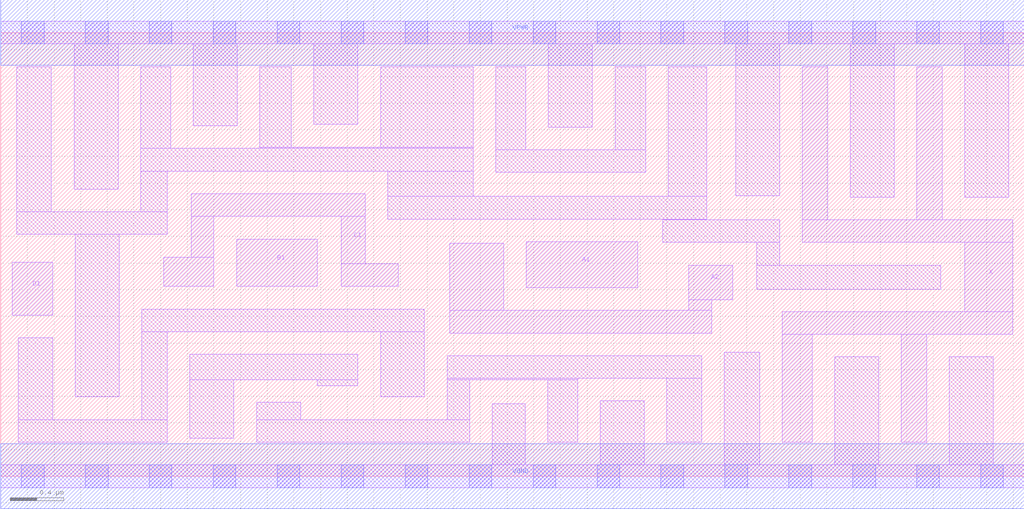
<source format=lef>
# Copyright 2020 The SkyWater PDK Authors
#
# Licensed under the Apache License, Version 2.0 (the "License");
# you may not use this file except in compliance with the License.
# You may obtain a copy of the License at
#
#     https://www.apache.org/licenses/LICENSE-2.0
#
# Unless required by applicable law or agreed to in writing, software
# distributed under the License is distributed on an "AS IS" BASIS,
# WITHOUT WARRANTIES OR CONDITIONS OF ANY KIND, either express or implied.
# See the License for the specific language governing permissions and
# limitations under the License.
#
# SPDX-License-Identifier: Apache-2.0

VERSION 5.7 ;
  NAMESCASESENSITIVE ON ;
  NOWIREEXTENSIONATPIN ON ;
  DIVIDERCHAR "/" ;
  BUSBITCHARS "[]" ;
UNITS
  DATABASE MICRONS 200 ;
END UNITS
MACRO sky130_fd_sc_lp__o2111a_4
  CLASS CORE ;
  FOREIGN sky130_fd_sc_lp__o2111a_4 ;
  ORIGIN  0.000000  0.000000 ;
  SIZE  7.680000 BY  3.330000 ;
  SYMMETRY X Y R90 ;
  SITE unit ;
  PIN A1
    ANTENNAGATEAREA  0.630000 ;
    DIRECTION INPUT ;
    USE SIGNAL ;
    PORT
      LAYER li1 ;
        RECT 3.945000 1.415000 4.780000 1.760000 ;
    END
  END A1
  PIN A2
    ANTENNAGATEAREA  0.630000 ;
    DIRECTION INPUT ;
    USE SIGNAL ;
    PORT
      LAYER li1 ;
        RECT 3.370000 1.075000 5.335000 1.245000 ;
        RECT 3.370000 1.245000 3.775000 1.750000 ;
        RECT 5.165000 1.245000 5.335000 1.325000 ;
        RECT 5.165000 1.325000 5.495000 1.585000 ;
    END
  END A2
  PIN B1
    ANTENNAGATEAREA  0.630000 ;
    DIRECTION INPUT ;
    USE SIGNAL ;
    PORT
      LAYER li1 ;
        RECT 1.770000 1.425000 2.375000 1.780000 ;
    END
  END B1
  PIN C1
    ANTENNAGATEAREA  0.630000 ;
    DIRECTION INPUT ;
    USE SIGNAL ;
    PORT
      LAYER li1 ;
        RECT 1.225000 1.425000 1.600000 1.645000 ;
        RECT 1.430000 1.645000 1.600000 1.950000 ;
        RECT 1.430000 1.950000 2.735000 2.120000 ;
        RECT 2.555000 1.425000 2.985000 1.595000 ;
        RECT 2.555000 1.595000 2.735000 1.950000 ;
    END
  END C1
  PIN D1
    ANTENNAGATEAREA  0.630000 ;
    DIRECTION INPUT ;
    USE SIGNAL ;
    PORT
      LAYER li1 ;
        RECT 0.085000 1.210000 0.390000 1.605000 ;
    END
  END D1
  PIN X
    ANTENNADIFFAREA  1.176000 ;
    DIRECTION OUTPUT ;
    USE SIGNAL ;
    PORT
      LAYER li1 ;
        RECT 5.865000 0.255000 6.090000 1.065000 ;
        RECT 5.865000 1.065000 7.595000 1.235000 ;
        RECT 6.015000 1.755000 7.595000 1.925000 ;
        RECT 6.015000 1.925000 6.205000 3.075000 ;
        RECT 6.760000 0.255000 6.950000 1.065000 ;
        RECT 6.875000 1.925000 7.065000 3.075000 ;
        RECT 7.235000 1.235000 7.595000 1.755000 ;
    END
  END X
  PIN VGND
    DIRECTION INOUT ;
    USE GROUND ;
    PORT
      LAYER met1 ;
        RECT 0.000000 -0.245000 7.680000 0.245000 ;
    END
  END VGND
  PIN VPWR
    DIRECTION INOUT ;
    USE POWER ;
    PORT
      LAYER met1 ;
        RECT 0.000000 3.085000 7.680000 3.575000 ;
    END
  END VPWR
  OBS
    LAYER li1 ;
      RECT 0.000000 -0.085000 7.680000 0.085000 ;
      RECT 0.000000  3.245000 7.680000 3.415000 ;
      RECT 0.120000  1.815000 1.250000 1.985000 ;
      RECT 0.120000  1.985000 0.380000 3.075000 ;
      RECT 0.130000  0.255000 1.250000 0.425000 ;
      RECT 0.130000  0.425000 0.390000 1.040000 ;
      RECT 0.550000  2.155000 0.880000 3.245000 ;
      RECT 0.560000  0.595000 0.890000 1.815000 ;
      RECT 1.050000  1.985000 1.250000 2.290000 ;
      RECT 1.050000  2.290000 3.545000 2.460000 ;
      RECT 1.050000  2.460000 1.275000 3.075000 ;
      RECT 1.060000  0.425000 1.250000 1.085000 ;
      RECT 1.060000  1.085000 3.180000 1.255000 ;
      RECT 1.420000  0.285000 1.750000 0.725000 ;
      RECT 1.420000  0.725000 2.680000 0.915000 ;
      RECT 1.445000  2.630000 1.775000 3.245000 ;
      RECT 1.920000  0.255000 3.520000 0.425000 ;
      RECT 1.920000  0.425000 2.250000 0.555000 ;
      RECT 1.945000  2.460000 3.545000 2.470000 ;
      RECT 1.945000  2.470000 2.180000 3.075000 ;
      RECT 2.350000  2.640000 2.680000 3.245000 ;
      RECT 2.375000  0.680000 2.680000 0.725000 ;
      RECT 2.850000  0.595000 3.180000 1.085000 ;
      RECT 2.850000  2.470000 3.545000 3.075000 ;
      RECT 2.905000  1.930000 5.300000 2.100000 ;
      RECT 2.905000  2.100000 3.545000 2.290000 ;
      RECT 3.350000  0.425000 3.520000 0.725000 ;
      RECT 3.350000  0.725000 4.330000 0.735000 ;
      RECT 3.350000  0.735000 5.260000 0.905000 ;
      RECT 3.690000  0.085000 3.935000 0.545000 ;
      RECT 3.715000  2.280000 4.840000 2.450000 ;
      RECT 3.715000  2.450000 3.940000 3.075000 ;
      RECT 4.105000  0.255000 4.330000 0.725000 ;
      RECT 4.110000  2.620000 4.440000 3.245000 ;
      RECT 4.500000  0.085000 4.830000 0.565000 ;
      RECT 4.610000  2.450000 4.840000 3.075000 ;
      RECT 4.970000  1.755000 5.845000 1.925000 ;
      RECT 4.970000  1.925000 5.300000 1.930000 ;
      RECT 5.000000  0.255000 5.260000 0.735000 ;
      RECT 5.010000  2.100000 5.300000 3.075000 ;
      RECT 5.430000  0.085000 5.695000 0.930000 ;
      RECT 5.515000  2.105000 5.845000 3.245000 ;
      RECT 5.675000  1.405000 7.055000 1.585000 ;
      RECT 5.675000  1.585000 5.845000 1.755000 ;
      RECT 6.260000  0.085000 6.590000 0.895000 ;
      RECT 6.375000  2.095000 6.705000 3.245000 ;
      RECT 7.120000  0.085000 7.450000 0.895000 ;
      RECT 7.235000  2.095000 7.565000 3.245000 ;
    LAYER mcon ;
      RECT 0.155000 -0.085000 0.325000 0.085000 ;
      RECT 0.155000  3.245000 0.325000 3.415000 ;
      RECT 0.635000 -0.085000 0.805000 0.085000 ;
      RECT 0.635000  3.245000 0.805000 3.415000 ;
      RECT 1.115000 -0.085000 1.285000 0.085000 ;
      RECT 1.115000  3.245000 1.285000 3.415000 ;
      RECT 1.595000 -0.085000 1.765000 0.085000 ;
      RECT 1.595000  3.245000 1.765000 3.415000 ;
      RECT 2.075000 -0.085000 2.245000 0.085000 ;
      RECT 2.075000  3.245000 2.245000 3.415000 ;
      RECT 2.555000 -0.085000 2.725000 0.085000 ;
      RECT 2.555000  3.245000 2.725000 3.415000 ;
      RECT 3.035000 -0.085000 3.205000 0.085000 ;
      RECT 3.035000  3.245000 3.205000 3.415000 ;
      RECT 3.515000 -0.085000 3.685000 0.085000 ;
      RECT 3.515000  3.245000 3.685000 3.415000 ;
      RECT 3.995000 -0.085000 4.165000 0.085000 ;
      RECT 3.995000  3.245000 4.165000 3.415000 ;
      RECT 4.475000 -0.085000 4.645000 0.085000 ;
      RECT 4.475000  3.245000 4.645000 3.415000 ;
      RECT 4.955000 -0.085000 5.125000 0.085000 ;
      RECT 4.955000  3.245000 5.125000 3.415000 ;
      RECT 5.435000 -0.085000 5.605000 0.085000 ;
      RECT 5.435000  3.245000 5.605000 3.415000 ;
      RECT 5.915000 -0.085000 6.085000 0.085000 ;
      RECT 5.915000  3.245000 6.085000 3.415000 ;
      RECT 6.395000 -0.085000 6.565000 0.085000 ;
      RECT 6.395000  3.245000 6.565000 3.415000 ;
      RECT 6.875000 -0.085000 7.045000 0.085000 ;
      RECT 6.875000  3.245000 7.045000 3.415000 ;
      RECT 7.355000 -0.085000 7.525000 0.085000 ;
      RECT 7.355000  3.245000 7.525000 3.415000 ;
  END
END sky130_fd_sc_lp__o2111a_4
END LIBRARY

</source>
